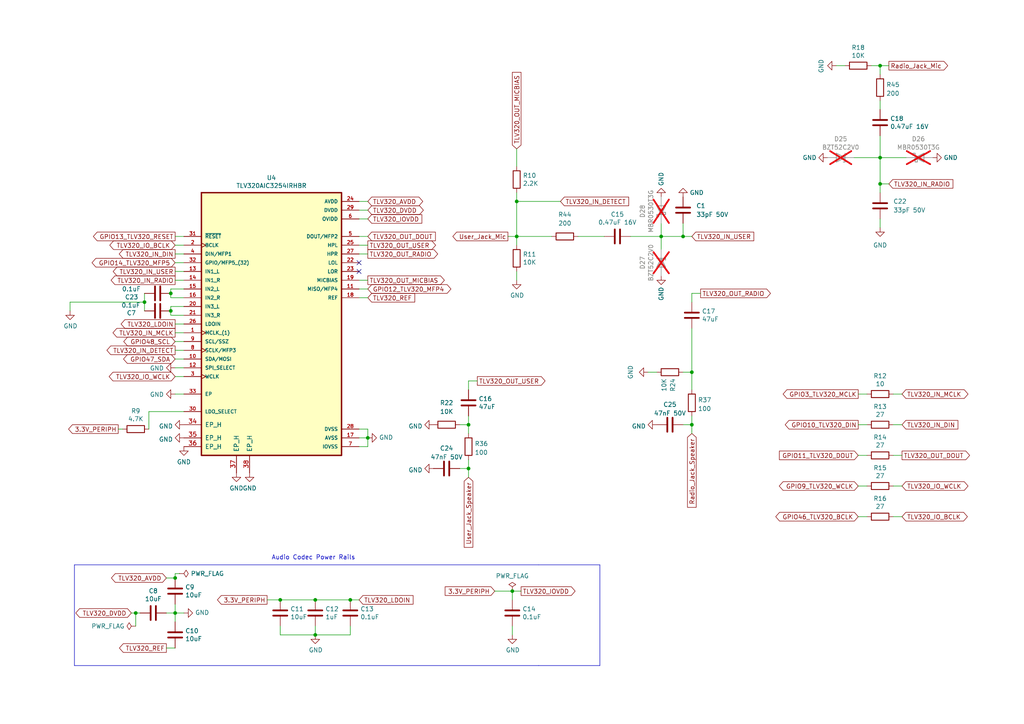
<source format=kicad_sch>
(kicad_sch (version 20230121) (generator eeschema)
  (paper "A4")
  (title_block (title "ezDV") (date "2024-01-01") (rev "v1.0") (company "FreeDV Project"))
  (lib_symbols
    (symbol "Device:C" (pin_numbers hide) (pin_names (offset 0.254))
      (property "Reference" "C" (at 0.635 2.54 0))
      (property "Value" "C" (at 0.635 -2.54 0))
      (symbol "C_0_1"
        (polyline (pts (xy -2.032 -0.762) (xy 2.032 -0.762)) (stroke (width 0.508)))
        (polyline (pts (xy -2.032 0.762) (xy 2.032 0.762)) (stroke (width 0.508)))
      )
      (symbol "C_1_1"
        (pin passive line (at 0 3.81 270) (length 2.794) (name "~") (number "1"))
        (pin passive line (at 0 -3.81 90) (length 2.794) (name "~") (number "2"))
      )
    )
    (symbol "Device:D_Schottky" (pin_numbers hide) (pin_names (offset 1.016) hide)
      (property "Reference" "D" (at 0 2.54 0))
      (property "Value" "D_Schottky" (at 0 -2.54 0))
      (symbol "D_Schottky_0_1"
        (polyline (pts (xy 1.27 0) (xy -1.27 0)))
        (polyline (pts (xy 1.27 1.27) (xy 1.27 -1.27) (xy -1.27 0) (xy 1.27 1.27)) (stroke (width 0.254)))
        (polyline (pts (xy -1.905 0.635) (xy -1.905 1.27) (xy -1.27 1.27) (xy -1.27 -1.27) (xy -0.635 -1.27) (xy -0.635 -0.635)) (stroke (width 0.254)))
      )
      (symbol "D_Schottky_1_1"
        (pin passive line (at -3.81 0 0) (length 2.54) (name "K") (number "1"))
        (pin passive line (at 3.81 0 180) (length 2.54) (name "A") (number "2"))
      )
    )
    (symbol "Device:D_Zener" (pin_numbers hide) (pin_names (offset 1.016) hide)
      (property "Reference" "D" (at 0 2.54 0))
      (property "Value" "D_Zener" (at 0 -2.54 0))
      (symbol "D_Zener_0_1"
        (polyline (pts (xy 1.27 0) (xy -1.27 0)))
        (polyline (pts (xy -1.27 -1.27) (xy -1.27 1.27) (xy -0.762 1.27)) (stroke (width 0.254)))
        (polyline (pts (xy 1.27 -1.27) (xy 1.27 1.27) (xy -1.27 0) (xy 1.27 -1.27)) (stroke (width 0.254)))
      )
      (symbol "D_Zener_1_1"
        (pin passive line (at -3.81 0 0) (length 2.54) (name "K") (number "1"))
        (pin passive line (at 3.81 0 180) (length 2.54) (name "A") (number "2"))
      )
    )
    (symbol "Device:R" (pin_numbers hide) (pin_names (offset 0))
      (property "Reference" "R" (at 2.032 0 90))
      (property "Value" "R" (at 0 0 90))
      (symbol "R_0_1"
        (rectangle (start -1.016 -2.54) (end 1.016 2.54) (stroke (width 0.254)))
      )
      (symbol "R_1_1"
        (pin passive line (at 0 3.81 270) (length 1.27) (name "~") (number "1"))
        (pin passive line (at 0 -3.81 90) (length 1.27) (name "~") (number "2"))
      )
    )
    (symbol "GND_1" (power) (pin_names (offset 0))
      (property "Value" "GND_1" (at 0 -3.81 0))
      (symbol "GND_1_0_1"
        (polyline (pts (xy 0 0) (xy 0 -1.27) (xy 1.27 -1.27) (xy 0 -2.54) (xy -1.27 -1.27) (xy 0 -1.27)))
      )
      (symbol "GND_1_1_1"
        (pin power_in line (at 0 0 270) (length 0) hide (name "GND") (number "1"))
      )
    )
    (symbol "GND_2" (power) (pin_names (offset 0))
      (property "Value" "GND_2" (at 0 -3.81 0))
      (symbol "GND_2_0_1"
        (polyline (pts (xy 0 0) (xy 0 -1.27) (xy 1.27 -1.27) (xy 0 -2.54) (xy -1.27 -1.27) (xy 0 -1.27)))
      )
      (symbol "GND_2_1_1"
        (pin power_in line (at 0 0 270) (length 0) hide (name "GND") (number "1"))
      )
    )
    (symbol "TLV320AIC3254IRHBR:TLV320AIC3254IRHBR" (pin_names (offset 1.016))
      (property "Reference" "U4" (at 0 42.418 0))
      (property "Value" "TLV320AIC3254IRHBR" (at 0 40.1066 0))
      (symbol "TLV320AIC3254IRHBR_0_0"
        (rectangle (start -20.32 -38.1) (end 20.32 38.1) (stroke (width 0.4064)) (fill (type background)))
        (pin input clock (at -25.4 -2.54 0) (length 5.08) (name "MCLK_(1)") (number "1"))
        (pin input line (at -25.4 -10.16 0) (length 5.08) (name "SDA/MOSI") (number "10"))
        (pin output line (at 25.4 10.16 180) (length 5.08) (name "MISO/MFP4") (number "11"))
        (pin input line (at -25.4 -12.7 0) (length 5.08) (name "SPI_SELECT") (number "12"))
        (pin input line (at -25.4 15.24 0) (length 5.08) (name "IN1_L") (number "13"))
        (pin input line (at -25.4 12.7 0) (length 5.08) (name "IN1_R") (number "14"))
        (pin input line (at -25.4 10.16 0) (length 5.08) (name "IN2_L") (number "15"))
        (pin input line (at -25.4 7.62 0) (length 5.08) (name "IN2_R") (number "16"))
        (pin power_in line (at 25.4 -33.02 180) (length 5.08) (name "AVSS") (number "17"))
        (pin output line (at 25.4 7.62 180) (length 5.08) (name "REF") (number "18"))
        (pin output line (at 25.4 12.7 180) (length 5.08) (name "MICBIAS") (number "19"))
        (pin input clock (at -25.4 22.86 0) (length 5.08) (name "BCLK") (number "2"))
        (pin input line (at -25.4 5.08 0) (length 5.08) (name "IN3_L") (number "20"))
        (pin input line (at -25.4 2.54 0) (length 5.08) (name "IN3_R") (number "21"))
        (pin output line (at 25.4 17.78 180) (length 5.08) (name "LOL") (number "22"))
        (pin output line (at 25.4 15.24 180) (length 5.08) (name "LOR") (number "23"))
        (pin power_in line (at 25.4 35.56 180) (length 5.08) (name "AVDD") (number "24"))
        (pin output line (at 25.4 22.86 180) (length 5.08) (name "HPL") (number "25"))
        (pin input line (at -25.4 0 0) (length 5.08) (name "LDOIN") (number "26"))
        (pin output line (at 25.4 20.32 180) (length 5.08) (name "HPR") (number "27"))
        (pin power_in line (at 25.4 -30.48 180) (length 5.08) (name "DVSS") (number "28"))
        (pin power_in line (at 25.4 33.02 180) (length 5.08) (name "DVDD") (number "29"))
        (pin input clock (at -25.4 -15.24 0) (length 5.08) (name "WCLK") (number "3"))
        (pin bidirectional line (at -25.4 -25.4 0) (length 5.08) (name "LDO_SELECT") (number "30"))
        (pin input line (at -25.4 25.4 0) (length 5.08) (name "~{RESET}") (number "31"))
        (pin input line (at -25.4 17.78 0) (length 5.08) (name "GPIO/MFP5_(32)") (number "32"))
        (pin bidirectional line (at -25.4 -20.32 0) (length 5.08) (name "EP") (number "33"))
        (pin input line (at -25.4 20.32 0) (length 5.08) (name "DIN/MFP1") (number "4"))
        (pin output line (at 25.4 25.4 180) (length 5.08) (name "DOUT/MFP2") (number "5"))
        (pin power_in line (at 25.4 30.48 180) (length 5.08) (name "OVIDD") (number "6"))
        (pin power_in line (at 25.4 -35.56 180) (length 5.08) (name "IOVSS") (number "7"))
        (pin input clock (at -25.4 -7.62 0) (length 5.08) (name "SCLK/MFP3") (number "8"))
        (pin input line (at -25.4 -5.08 0) (length 5.08) (name "SCL/SSZ") (number "9"))
      )
      (symbol "TLV320AIC3254IRHBR_1_1"
        (pin bidirectional line (at -25.4 -29.21 0) (length 5.08) (name "EP_H") (number "34"))
        (pin bidirectional line (at -25.4 -33.02 0) (length 5.08) (name "EP_H") (number "35"))
        (pin bidirectional line (at -25.4 -35.56 0) (length 5.08) (name "EP_H") (number "36"))
        (pin bidirectional line (at -10.16 -43.18 90) (length 5.08) (name "EP_H") (number "37"))
        (pin bidirectional line (at -6.35 -43.18 90) (length 5.08) (name "EP_H") (number "38"))
      )
    )
    (symbol "power:GND" (power) (pin_names (offset 0))
      (property "Value" "GND" (at 0 -3.81 0))
      (symbol "GND_0_1"
        (polyline (pts (xy 0 0) (xy 0 -1.27) (xy 1.27 -1.27) (xy 0 -2.54) (xy -1.27 -1.27) (xy 0 -1.27)))
      )
      (symbol "GND_1_1"
        (pin power_in line (at 0 0 270) (length 0) hide (name "GND") (number "1"))
      )
    )
    (symbol "power:PWR_FLAG" (power) (pin_numbers hide) (pin_names (offset 0) hide)
      (property "Value" "PWR_FLAG" (at 0 3.81 0))
      (symbol "PWR_FLAG_0_0"
        (pin power_out line (at 0 0 90) (length 0) (name "pwr") (number "1"))
      )
      (symbol "PWR_FLAG_0_1"
        (polyline (pts (xy 0 0) (xy 0 1.27) (xy -1.016 1.905) (xy 0 2.54) (xy 1.016 1.905) (xy 0 1.27)))
      )
    )
  )
  (junction (at 198.12 68.58))
  (junction (at 148.59 171.45))
  (junction (at 50.8 167.64))
  (junction (at 41.91 87.63))
  (junction (at 39.37 177.8))
  (junction (at 191.77 68.58))
  (junction (at 200.66 123.19))
  (junction (at 200.66 107.95))
  (junction (at 255.27 19.05))
  (junction (at 135.89 123.19))
  (junction (at 255.27 53.34))
  (junction (at 149.86 68.58))
  (junction (at 49.53 90.17))
  (junction (at 149.86 58.42))
  (junction (at 50.8 177.8))
  (junction (at 91.44 173.99))
  (junction (at 91.44 184.15))
  (junction (at 101.6 173.99))
  (junction (at 255.27 45.72))
  (junction (at 135.89 135.89))
  (junction (at 106.68 127))
  (junction (at 81.28 173.99))
  (junction (at 49.53 85.09))
  (no_connect (at 104.14 78.74))
  (no_connect (at 104.14 76.2))
  (wire (pts (xy 50.8 78.74) (xy 53.34 78.74)))
  (wire (pts (xy 255.27 63.5) (xy 255.27 66.04)))
  (wire (pts (xy 106.68 73.66) (xy 104.14 73.66)))
  (wire (pts (xy 104.14 129.54) (xy 106.68 129.54)))
  (wire (pts (xy 148.59 171.45) (xy 151.13 171.45)))
  (wire (pts (xy 255.27 53.34) (xy 255.27 55.88)))
  (wire (pts (xy 247.65 45.72) (xy 255.27 45.72)))
  (wire (pts (xy 255.27 29.21) (xy 255.27 31.75)))
  (wire (pts (xy 200.66 85.09) (xy 203.2 85.09)))
  (wire (pts (xy 101.6 181.61) (xy 101.6 184.15)))
  (wire (pts (xy 191.77 68.58) (xy 198.12 68.58)))
  (wire (pts (xy 162.56 58.42) (xy 149.86 58.42)))
  (wire (pts (xy 104.14 63.5) (xy 106.68 63.5)))
  (wire (pts (xy 200.66 107.95) (xy 200.66 113.03)))
  (wire (pts (xy 104.14 127) (xy 106.68 127)))
  (wire (pts (xy 34.29 124.46) (xy 35.56 124.46)))
  (wire (pts (xy 147.32 68.58) (xy 149.86 68.58)))
  (wire (pts (xy 200.66 123.19) (xy 200.66 125.73)))
  (wire (pts (xy 106.68 129.54) (xy 106.68 127)))
  (wire (pts (xy 190.5 107.95) (xy 187.96 107.95)))
  (polyline (pts (xy 156.21 193.04) (xy 21.59 193.04)))
  (wire (pts (xy 200.66 87.63) (xy 200.66 85.09)))
  (wire (pts (xy 104.14 58.42) (xy 106.68 58.42)))
  (wire (pts (xy 104.14 124.46) (xy 106.68 124.46)))
  (wire (pts (xy 248.92 140.97) (xy 251.46 140.97)))
  (wire (pts (xy 49.53 85.09) (xy 49.53 86.36)))
  (wire (pts (xy 149.86 55.88) (xy 149.86 58.42)))
  (wire (pts (xy 106.68 60.96) (xy 104.14 60.96)))
  (wire (pts (xy 53.34 68.58) (xy 50.8 68.58)))
  (wire (pts (xy 50.8 73.66) (xy 53.34 73.66)))
  (wire (pts (xy 255.27 19.05) (xy 255.27 21.59)))
  (wire (pts (xy 149.86 68.58) (xy 160.02 68.58)))
  (wire (pts (xy 81.28 173.99) (xy 77.47 173.99)))
  (wire (pts (xy 135.89 110.49) (xy 138.43 110.49)))
  (wire (pts (xy 251.46 149.86) (xy 248.92 149.86)))
  (wire (pts (xy 149.86 58.42) (xy 149.86 68.58)))
  (wire (pts (xy 50.8 177.8) (xy 53.34 177.8)))
  (wire (pts (xy 50.8 175.26) (xy 50.8 177.8)))
  (wire (pts (xy 20.32 87.63) (xy 20.32 90.17)))
  (wire (pts (xy 20.32 87.63) (xy 41.91 87.63)))
  (wire (pts (xy 50.8 187.96) (xy 48.26 187.96)))
  (wire (pts (xy 91.44 173.99) (xy 101.6 173.99)))
  (polyline (pts (xy 156.21 193.04) (xy 173.99 193.04)))
  (wire (pts (xy 198.12 123.19) (xy 200.66 123.19)))
  (wire (pts (xy 53.34 83.82) (xy 49.53 83.82)))
  (wire (pts (xy 255.27 53.34) (xy 257.81 53.34)))
  (wire (pts (xy 81.28 184.15) (xy 81.28 181.61)))
  (wire (pts (xy 43.18 119.38) (xy 53.34 119.38)))
  (wire (pts (xy 261.62 140.97) (xy 259.08 140.97)))
  (wire (pts (xy 53.34 106.68) (xy 50.8 106.68)))
  (wire (pts (xy 191.77 64.77) (xy 191.77 68.58)))
  (wire (pts (xy 149.86 43.18) (xy 149.86 48.26)))
  (wire (pts (xy 248.92 123.19) (xy 251.46 123.19)))
  (wire (pts (xy 135.89 123.19) (xy 135.89 120.65)))
  (wire (pts (xy 259.08 149.86) (xy 261.62 149.86)))
  (polyline (pts (xy 156.21 163.83) (xy 173.99 163.83)))
  (wire (pts (xy 39.37 177.8) (xy 38.1 177.8)))
  (wire (pts (xy 53.34 86.36) (xy 49.53 86.36)))
  (wire (pts (xy 259.08 123.19) (xy 261.62 123.19)))
  (wire (pts (xy 261.62 114.3) (xy 259.08 114.3)))
  (wire (pts (xy 143.51 171.45) (xy 148.59 171.45)))
  (wire (pts (xy 148.59 181.61) (xy 148.59 184.15)))
  (wire (pts (xy 149.86 68.58) (xy 149.86 71.12)))
  (wire (pts (xy 104.14 86.36) (xy 106.68 86.36)))
  (polyline (pts (xy 21.59 163.83) (xy 156.21 163.83)))
  (wire (pts (xy 148.59 173.99) (xy 148.59 171.45)))
  (polyline (pts (xy 173.99 163.83) (xy 173.99 193.04)))
  (wire (pts (xy 50.8 99.06) (xy 53.34 99.06)))
  (wire (pts (xy 50.8 93.98) (xy 53.34 93.98)))
  (wire (pts (xy 198.12 64.77) (xy 198.12 68.58)))
  (wire (pts (xy 133.35 123.19) (xy 135.89 123.19)))
  (wire (pts (xy 245.11 19.05) (xy 242.57 19.05)))
  (wire (pts (xy 198.12 107.95) (xy 200.66 107.95)))
  (wire (pts (xy 255.27 19.05) (xy 257.81 19.05)))
  (wire (pts (xy 104.14 173.99) (xy 101.6 173.99)))
  (wire (pts (xy 255.27 39.37) (xy 255.27 45.72)))
  (wire (pts (xy 41.91 87.63) (xy 41.91 90.17)))
  (wire (pts (xy 255.27 45.72) (xy 255.27 53.34)))
  (wire (pts (xy 91.44 184.15) (xy 81.28 184.15)))
  (wire (pts (xy 133.35 135.89) (xy 135.89 135.89)))
  (wire (pts (xy 255.27 45.72) (xy 262.89 45.72)))
  (wire (pts (xy 40.64 177.8) (xy 39.37 177.8)))
  (wire (pts (xy 104.14 83.82) (xy 106.68 83.82)))
  (wire (pts (xy 135.89 123.19) (xy 135.89 125.73)))
  (wire (pts (xy 53.34 81.28) (xy 50.8 81.28)))
  (wire (pts (xy 49.53 90.17) (xy 49.53 91.44)))
  (wire (pts (xy 50.8 167.64) (xy 48.26 167.64)))
  (wire (pts (xy 81.28 173.99) (xy 91.44 173.99)))
  (wire (pts (xy 104.14 71.12) (xy 106.68 71.12)))
  (wire (pts (xy 251.46 114.3) (xy 248.92 114.3)))
  (polyline (pts (xy 21.59 193.04) (xy 21.59 163.83)))
  (wire (pts (xy 200.66 120.65) (xy 200.66 123.19)))
  (wire (pts (xy 104.14 81.28) (xy 106.68 81.28)))
  (wire (pts (xy 50.8 166.37) (xy 50.8 167.64)))
  (wire (pts (xy 53.34 76.2) (xy 50.8 76.2)))
  (wire (pts (xy 252.73 19.05) (xy 255.27 19.05)))
  (wire (pts (xy 101.6 184.15) (xy 91.44 184.15)))
  (wire (pts (xy 50.8 180.34) (xy 50.8 177.8)))
  (wire (pts (xy 135.89 135.89) (xy 135.89 133.35)))
  (wire (pts (xy 53.34 88.9) (xy 49.53 88.9)))
  (wire (pts (xy 48.26 177.8) (xy 50.8 177.8)))
  (wire (pts (xy 251.46 132.08) (xy 248.92 132.08)))
  (wire (pts (xy 106.68 124.46) (xy 106.68 127)))
  (wire (pts (xy 39.37 181.61) (xy 39.37 177.8)))
  (wire (pts (xy 53.34 71.12) (xy 50.8 71.12)))
  (wire (pts (xy 191.77 68.58) (xy 191.77 72.39)))
  (wire (pts (xy 53.34 101.6) (xy 50.8 101.6)))
  (wire (pts (xy 52.07 166.37) (xy 50.8 166.37)))
  (wire (pts (xy 43.18 124.46) (xy 43.18 119.38)))
  (wire (pts (xy 49.53 88.9) (xy 49.53 90.17)))
  (wire (pts (xy 53.34 109.22) (xy 50.8 109.22)))
  (wire (pts (xy 49.53 91.44) (xy 53.34 91.44)))
  (wire (pts (xy 149.86 81.28) (xy 149.86 78.74)))
  (wire (pts (xy 167.64 68.58) (xy 175.26 68.58)))
  (wire (pts (xy 106.68 68.58) (xy 104.14 68.58)))
  (wire (pts (xy 259.08 132.08) (xy 261.62 132.08)))
  (wire (pts (xy 41.91 87.63) (xy 41.91 85.09)))
  (wire (pts (xy 182.88 68.58) (xy 191.77 68.58)))
  (wire (pts (xy 53.34 114.3) (xy 50.8 114.3)))
  (wire (pts (xy 200.66 95.25) (xy 200.66 107.95)))
  (wire (pts (xy 53.34 104.14) (xy 50.8 104.14)))
  (wire (pts (xy 135.89 135.89) (xy 135.89 138.43)))
  (wire (pts (xy 49.53 83.82) (xy 49.53 85.09)))
  (wire (pts (xy 91.44 184.15) (xy 91.44 181.61)))
  (wire (pts (xy 53.34 96.52) (xy 50.8 96.52)))
  (wire (pts (xy 135.89 113.03) (xy 135.89 110.49)))
  (wire (pts (xy 198.12 68.58) (xy 200.66 68.58)))
  (text "Audio Codec Power Rails" (at 78.74 162.56 0) (effects (font (size 1.27 1.27)) (justify left bottom)))
  (global_label "TLV320_IN_USER" (shape input) (at 200.66 68.58 0) (property "Intersheetrefs" "${INTERSHEET_REFS}" (effects hide)))
  (global_label "TLV320_IN_MCLK" (shape bidirectional) (at 261.62 114.3 0) (property "Intersheetrefs" "${INTERSHEET_REFS}" (effects hide)))
  (global_label "GPIO13_TLV320_RESET" (shape output) (at 50.8 68.58 180) (property "Intersheetrefs" "${INTERSHEET_REFS}" (effects hide)))
  (global_label "TLV320_AVDD" (shape bidirectional) (at 106.68 58.42 0) (property "Intersheetrefs" "${INTERSHEET_REFS}" (effects hide)))
  (global_label "User_Jack_Mic" (shape output) (at 147.32 68.58 180) (property "Intersheetrefs" "${INTERSHEET_REFS}" (effects hide)))
  (global_label "TLV320_IO_BCLK" (shape bidirectional) (at 50.8 71.12 180) (property "Intersheetrefs" "${INTERSHEET_REFS}" (effects hide)))
  (global_label "Radio_Jack_Speaker" (shape input) (at 200.66 125.73 270) (property "Intersheetrefs" "${INTERSHEET_REFS}" (effects hide)))
  (global_label "TLV320_IO_BCLK" (shape bidirectional) (at 261.62 149.86 0) (property "Intersheetrefs" "${INTERSHEET_REFS}" (effects hide)))
  (global_label "TLV320_OUT_USER" (shape output) (at 106.68 71.12 0) (property "Intersheetrefs" "${INTERSHEET_REFS}" (effects hide)))
  (global_label "TLV320_REF" (shape output) (at 48.26 187.96 180) (property "Intersheetrefs" "${INTERSHEET_REFS}" (effects hide)))
  (global_label "TLV320_IN_MCLK" (shape output) (at 50.8 96.52 180) (property "Intersheetrefs" "${INTERSHEET_REFS}" (effects hide)))
  (global_label "TLV320_LDOIN" (shape output) (at 50.8 93.98 180) (property "Intersheetrefs" "${INTERSHEET_REFS}" (effects hide)))
  (global_label "GPIO9_TLV320_WCLK" (shape bidirectional) (at 248.92 140.97 180) (property "Intersheetrefs" "${INTERSHEET_REFS}" (effects hide)))
  (global_label "TLV320_REF" (shape input) (at 106.68 86.36 0) (property "Intersheetrefs" "${INTERSHEET_REFS}" (effects hide)))
  (global_label "TLV320_IN_DETECT" (shape input) (at 162.56 58.42 0) (property "Intersheetrefs" "${INTERSHEET_REFS}" (effects hide)))
  (global_label "GPIO46_TLV320_BCLK" (shape bidirectional) (at 248.92 149.86 180) (property "Intersheetrefs" "${INTERSHEET_REFS}" (effects hide)))
  (global_label "TLV320_IOVDD" (shape output) (at 151.13 171.45 0) (property "Intersheetrefs" "${INTERSHEET_REFS}" (effects hide)))
  (global_label "GPIO47_SDA" (shape bidirectional) (at 50.8 104.14 180) (property "Intersheetrefs" "${INTERSHEET_REFS}" (effects hide)))
  (global_label "TLV320_IO_WCLK" (shape bidirectional) (at 261.62 140.97 0) (property "Intersheetrefs" "${INTERSHEET_REFS}" (effects hide)))
  (global_label "GPIO14_TLV320_MFP5" (shape bidirectional) (at 50.8 76.2 180) (property "Intersheetrefs" "${INTERSHEET_REFS}" (effects hide)))
  (global_label "TLV320_DVDD" (shape bidirectional) (at 38.1 177.8 180) (property "Intersheetrefs" "${INTERSHEET_REFS}" (effects hide)))
  (global_label "GPIO48_SCL" (shape bidirectional) (at 50.8 99.06 180) (property "Intersheetrefs" "${INTERSHEET_REFS}" (effects hide)))
  (global_label "TLV320_IN_DIN" (shape output) (at 50.8 73.66 180) (property "Intersheetrefs" "${INTERSHEET_REFS}" (effects hide)))
  (global_label "TLV320_OUT_USER" (shape output) (at 138.43 110.49 0) (property "Intersheetrefs" "${INTERSHEET_REFS}" (effects hide)))
  (global_label "TLV320_OUT_MICBIAS" (shape output) (at 106.68 81.28 0) (property "Intersheetrefs" "${INTERSHEET_REFS}" (effects hide)))
  (global_label "GPIO3_TLV320_MCLK" (shape output) (at 248.92 114.3 180) (property "Intersheetrefs" "${INTERSHEET_REFS}" (effects hide)))
  (global_label "TLV320_IN_RADIO" (shape input) (at 257.81 53.34 0) (property "Intersheetrefs" "${INTERSHEET_REFS}" (effects hide)))
  (global_label "TLV320_IO_WCLK" (shape bidirectional) (at 50.8 109.22 180) (property "Intersheetrefs" "${INTERSHEET_REFS}" (effects hide)))
  (global_label "TLV320_IOVDD" (shape input) (at 106.68 63.5 0) (property "Intersheetrefs" "${INTERSHEET_REFS}" (effects hide)))
  (global_label "Radio_Jack_Mic" (shape output) (at 257.81 19.05 0) (property "Intersheetrefs" "${INTERSHEET_REFS}" (effects hide)))
  (global_label "TLV320_OUT_DOUT" (shape input) (at 106.68 68.58 0) (property "Intersheetrefs" "${INTERSHEET_REFS}" (effects hide)))
  (global_label "TLV320_OUT_DOUT" (shape output) (at 261.62 132.08 0) (property "Intersheetrefs" "${INTERSHEET_REFS}" (effects hide)))
  (global_label "3.3V_PERIPH" (shape output) (at 34.29 124.46 180) (property "Intersheetrefs" "${INTERSHEET_REFS}" (effects hide)))
  (global_label "TLV320_IN_USER" (shape output) (at 50.8 78.74 180) (property "Intersheetrefs" "${INTERSHEET_REFS}" (effects hide)))
  (global_label "3.3V_PERIPH" (shape output) (at 77.47 173.99 180) (property "Intersheetrefs" "${INTERSHEET_REFS}" (effects hide)))
  (global_label "TLV320_DVDD" (shape bidirectional) (at 106.68 60.96 0) (property "Intersheetrefs" "${INTERSHEET_REFS}" (effects hide)))
  (global_label "TLV320_IN_RADIO" (shape output) (at 50.8 81.28 180) (property "Intersheetrefs" "${INTERSHEET_REFS}" (effects hide)))
  (global_label "TLV320_OUT_MICBIAS" (shape input) (at 149.86 43.18 90) (property "Intersheetrefs" "${INTERSHEET_REFS}" (effects hide)))
  (global_label "User_Jack_Speaker" (shape input) (at 135.89 138.43 270) (property "Intersheetrefs" "${INTERSHEET_REFS}" (effects hide)))
  (global_label "TLV320_IN_DETECT" (shape output) (at 50.8 101.6 180) (property "Intersheetrefs" "${INTERSHEET_REFS}" (effects hide)))
  (global_label "GPIO11_TLV320_DOUT" (shape input) (at 248.92 132.08 180) (property "Intersheetrefs" "${INTERSHEET_REFS}" (effects hide)))
  (global_label "GPIO10_TLV320_DIN" (shape output) (at 248.92 123.19 180) (property "Intersheetrefs" "${INTERSHEET_REFS}" (effects hide)))
  (global_label "TLV320_IN_DIN" (shape input) (at 261.62 123.19 0) (property "Intersheetrefs" "${INTERSHEET_REFS}" (effects hide)))
  (global_label "TLV320_LDOIN" (shape input) (at 104.14 173.99 0) (property "Intersheetrefs" "${INTERSHEET_REFS}" (effects hide)))
  (global_label "TLV320_AVDD" (shape bidirectional) (at 48.26 167.64 180) (property "Intersheetrefs" "${INTERSHEET_REFS}" (effects hide)))
  (global_label "TLV320_OUT_RADIO" (shape output) (at 203.2 85.09 0) (property "Intersheetrefs" "${INTERSHEET_REFS}" (effects hide)))
  (global_label "TLV320_OUT_RADIO" (shape output) (at 106.68 73.66 0) (property "Intersheetrefs" "${INTERSHEET_REFS}" (effects hide)))
  (global_label "GPIO12_TLV320_MFP4" (shape bidirectional) (at 106.68 83.82 0) (property "Intersheetrefs" "${INTERSHEET_REFS}" (effects hide)))
  (global_label "3.3V_PERIPH" (shape input) (at 143.51 171.45 180) (property "Intersheetrefs" "${INTERSHEET_REFS}" (effects hide)))
  (symbol (lib_id "power:GND") (at 198.12 57.15 180) (unit 1)
    (property "Reference" "#PWR041" (effects hide))
    (property "Value" "GND" (at 200.025 55.88 0) (effects (justify right)))
  )
  (symbol (lib_id "Device:C") (at 91.44 177.8 0) (unit 1)
    (property "Reference" "C12" (at 94.361 176.6316 0) (effects (justify left)))
    (property "Value" "1uF" (at 94.361 178.943 0) (effects (justify left)))
    (property "Footprint" "Capacitor_SMD:C_0402_1005Metric" (effects hide))
    (property "Datasheet" "https://datasheet.lcsc.com/lcsc/2304140030_Samsung-Electro-Mechanics-CL05A105KA5NQNC_C52923.pdf" (effects hide))
    (property "LCSC" "C52923" (effects hide))
    (property "JLCPCB_Basic" "Yes" (effects hide))
  )
  (symbol (lib_id "power:GND") (at 53.34 127 270) (unit 1)
    (property "Reference" "#PWR0112" (effects hide))
    (property "Value" "GND" (at 50.1651 127.4338 90) (effects (justify right)))
  )
  (symbol (lib_id "Device:R") (at 149.86 52.07 0) (unit 1)
    (property "Reference" "R10" (at 151.638 50.9016 0) (effects (justify left)))
    (property "Value" "2.2K" (at 151.638 53.213 0) (effects (justify left)))
    (property "Footprint" "Resistor_SMD:R_0402_1005Metric" (effects hide))
    (property "Datasheet" "https://datasheet.lcsc.com/lcsc/1809201112_YAGEO-RC0402FR-072K2L_C114762.pdf" (effects hide))
    (property "LCSC" "C25879" (effects hide))
    (property "JLCPCB_Basic" "Yes" (effects hide))
  )
  (symbol (lib_id "power:GND") (at 242.57 19.05 270) (unit 1)
    (property "Reference" "#PWR020" (effects hide))
    (property "Value" "GND" (at 238.1758 19.177 0))
  )
  (symbol (lib_id "power:PWR_FLAG") (at 39.37 181.61 90) (unit 1)
    (property "Reference" "#FLG03" (effects hide))
    (property "Value" "PWR_FLAG" (at 36.1442 181.61 90) (effects (justify left)))
  )
  (symbol (lib_id "Device:R") (at 255.27 149.86 270) (unit 1)
    (property "Reference" "R16" (at 255.27 144.6022 90))
    (property "Value" "27" (at 255.27 146.9136 90))
    (property "Footprint" "Resistor_SMD:R_0402_1005Metric" (effects hide))
    (property "Datasheet" "https://datasheet.lcsc.com/lcsc/2110260230_UNI-ROYAL-Uniroyal-Elec-0402WGF274JTCE_C31439.pdf" (effects hide))
    (property "LCSC" "C25100" (effects hide))
    (property "JLCPCB_Basic" "No" (effects hide))
  )
  (symbol (lib_id "TLV320AIC3254IRHBR:TLV320AIC3254IRHBR") (at 78.74 93.98 0) (unit 1)
    (property "Reference" "U4" (at 78.74 51.562 0))
    (property "Value" "TLV320AIC3254IRHBR" (at 78.74 53.8734 0))
    (property "Footprint" "ezDV_production:IC_ADS125H01IRHBT" (effects hide))
    (property "Datasheet" "https://www.ti.com/cn/lit/ds/symlink/tlv320aic3254.pdf?ts=1651153824042" (effects hide))
    (property "LCSC" "C9925" (effects hide))
    (property "JLCPCB_Basic" "No" (effects hide))
  )
  (symbol (lib_id "power:GND") (at 20.32 90.17 0) (unit 1)
    (property "Reference" "#PWR012" (effects hide))
    (property "Value" "GND" (at 20.447 94.5642 0))
  )
  (symbol (lib_id "Device:D_Zener") (at 243.84 45.72 180) (unit 1) (in_bom no) (dnp yes)
    (property "Reference" "D25" (at 243.84 40.3057 0))
    (property "Value" "BZT52C2V0" (at 243.84 42.7299 0))
    (property "Footprint" "Diode_SMD:D_SOD-123" (effects hide))
    (property "Datasheet" "https://datasheet.lcsc.com/lcsc/2310100932_MSKSEMI-BZT52C2V0_C2891405.pdf" (effects hide))
    (property "LCSC_DNP" "C2891405" (effects hide))
    (property "JLCPCB_Basic" "No" (effects hide))
  )
  (symbol (lib_id "Device:C") (at 179.07 68.58 90) (unit 1)
    (property "Reference" "C15" (at 179.07 62.1792 90))
    (property "Value" "0.47uF 16V" (at 179.07 64.4906 90))
    (property "Footprint" "Capacitor_SMD:C_0402_1005Metric" (effects hide))
    (property "Datasheet" "https://datasheet.lcsc.com/lcsc/2006031032_Walsin-Tech-Corp-0402X474K160CT_C575468.pdf" (effects hide))
    (property "LCSC" "C575468" (effects hide))
    (property "JLCPCB_Basic" "No" (effects hide))
  )
  (symbol (lib_id "power:GND") (at 53.34 177.8 90) (unit 1)
    (property "Reference" "#PWR015" (effects hide))
    (property "Value" "GND" (at 56.5912 177.673 90) (effects (justify right)))
  )
  (symbol (lib_id "Device:R") (at 129.54 123.19 270) (unit 1)
    (property "Reference" "R22" (at 129.54 116.84 90))
    (property "Value" "10K" (at 129.54 119.38 90))
    (property "Footprint" "Resistor_SMD:R_0402_1005Metric" (effects hide))
    (property "Datasheet" "https://datasheet.lcsc.com/lcsc/2206010100_UNI-ROYAL-Uniroyal-Elec-0402WGF1002TCE_C25744.pdf" (effects hide))
    (property "LCSC" "C25744" (effects hide))
    (property "JLCPCB_Basic" "Yes" (effects hide))
  )
  (symbol (lib_name "GND_2") (lib_id "power:GND") (at 191.77 57.15 180) (unit 1)
    (property "Reference" "#PWR075" (effects hide))
    (property "Value" "GND" (at 191.77 53.975 90) (effects (justify right)))
  )
  (symbol (lib_id "power:GND") (at 125.73 123.19 270) (unit 1)
    (property "Reference" "#PWR0102" (effects hide))
    (property "Value" "GND" (at 122.5551 123.6238 90) (effects (justify right)))
  )
  (symbol (lib_id "power:GND") (at 68.58 137.16 0) (unit 1)
    (property "Reference" "#PWR0113" (effects hide))
    (property "Value" "GND" (at 68.58 141.6034 0))
  )
  (symbol (lib_name "GND_1") (lib_id "power:GND") (at 191.77 80.01 0) (unit 1)
    (property "Reference" "#PWR074" (effects hide))
    (property "Value" "GND" (at 191.77 83.1849 90) (effects (justify right)))
  )
  (symbol (lib_id "Device:R") (at 255.27 114.3 270) (unit 1)
    (property "Reference" "R12" (at 255.27 109.0422 90))
    (property "Value" "10" (at 255.27 111.3536 90))
    (property "Footprint" "Resistor_SMD:R_0402_1005Metric" (effects hide))
    (property "Datasheet" "https://datasheet.lcsc.com/lcsc/2110252230_UNI-ROYAL-Uniroyal-Elec-0402WGF100JTCE_C25077.pdf" (effects hide))
    (property "LCSC" "C25077" (effects hide))
    (property "JLCPCB_Basic" "Yes" (effects hide))
  )
  (symbol (lib_id "Device:C") (at 50.8 171.45 0) (unit 1)
    (property "Reference" "C9" (at 53.721 170.2816 0) (effects (justify left)))
    (property "Value" "10uF" (at 53.721 172.593 0) (effects (justify left)))
    (property "Footprint" "Capacitor_SMD:C_0402_1005Metric" (effects hide))
    (property "Datasheet" "https://datasheet.lcsc.com/lcsc/2208231630_Samsung-Electro-Mechanics-CL05A106MQ5NUNC_C15525.pdf" (effects hide))
    (property "LCSC" "C15525" (effects hide))
    (property "JLCPCB_Basic" "Yes" (effects hide))
  )
  (symbol (lib_id "power:GND") (at 187.96 107.95 270) (unit 1)
    (property "Reference" "#PWR0101" (effects hide))
    (property "Value" "GND" (at 182.88 107.95 0))
  )
  (symbol (lib_id "Device:C") (at 200.66 91.44 0) (unit 1)
    (property "Reference" "C17" (at 203.581 90.2716 0) (effects (justify left)))
    (property "Value" "47uF" (at 203.581 92.583 0) (effects (justify left)))
    (property "Footprint" "Capacitor_SMD:C_0603_1608Metric" (effects hide))
    (property "Datasheet" "https://datasheet.lcsc.com/lcsc/1811081617_Murata-Electronics-GRM188R60J476ME15D_C140782.pdf" (effects hide))
    (property "LCSC" "C140782" (effects hide))
    (property "JLCPCB_Basic" "No" (effects hide))
  )
  (symbol (lib_id "Device:C") (at 135.89 116.84 0) (unit 1)
    (property "Reference" "C16" (at 138.811 115.6716 0) (effects (justify left)))
    (property "Value" "47uF" (at 138.811 117.983 0) (effects (justify left)))
    (property "Footprint" "Capacitor_SMD:C_0603_1608Metric" (effects hide))
    (property "Datasheet" "https://datasheet.lcsc.com/lcsc/1811081617_Murata-Electronics-GRM188R60J476ME15D_C140782.pdf" (effects hide))
    (property "LCSC" "C140782" (effects hide))
    (property "JLCPCB_Basic" "No" (effects hide))
  )
  (symbol (lib_id "Device:C") (at 198.12 60.96 0) (unit 1)
    (property "Reference" "C1" (at 201.93 59.6899 0) (effects (justify left)))
    (property "Value" "33pF 50V" (at 201.93 62.2299 0) (effects (justify left)))
    (property "Footprint" "Capacitor_SMD:C_0402_1005Metric" (effects hide))
    (property "Datasheet" "https://datasheet.lcsc.com/lcsc/1811141731_FH--Guangdong-Fenghua-Advanced-Tech-0402CG330J500NT_C1562.pdf" (effects hide))
    (property "LCSC" "C1562" (effects hide))
    (property "JLCPCB_Basic" "Yes" (effects hide))
  )
  (symbol (lib_id "Device:C") (at 148.59 177.8 0) (unit 1)
    (property "Reference" "C14" (at 151.511 176.6316 0) (effects (justify left)))
    (property "Value" "0.1uF" (at 151.511 178.943 0) (effects (justify left)))
    (property "Footprint" "Capacitor_SMD:C_0402_1005Metric" (effects hide))
    (property "Datasheet" "https://datasheet.lcsc.com/lcsc/1810191219_Samsung-Electro-Mechanics-CL05B104KO5NNNC_C1525.pdf" (effects hide))
    (property "LCSC" "C1525" (effects hide))
    (property "JLCPCB_Basic" "Yes" (effects hide))
  )
  (symbol (lib_id "Device:R") (at 39.37 124.46 90) (unit 1)
    (property "Reference" "R9" (at 39.37 119.2022 90))
    (property "Value" "4.7K" (at 39.37 121.5136 90))
    (property "Footprint" "Resistor_SMD:R_0402_1005Metric" (effects hide))
    (property "Datasheet" "https://datasheet.lcsc.com/lcsc/2110260030_UNI-ROYAL-Uniroyal-Elec-0402WGF4701TCE_C25900.pdf" (effects hide))
    (property "LCSC" "C25900" (effects hide))
    (property "JLCPCB_Basic" "Yes" (effects hide))
  )
  (symbol (lib_id "Device:C") (at 45.72 90.17 270) (unit 1)
    (property "Reference" "C23" (at 38.1821 86.1653 90))
    (property "Value" "0.1uF" (at 38.1 83.82 90))
    (property "Footprint" "Capacitor_SMD:C_0402_1005Metric" (effects hide))
    (property "Datasheet" "https://datasheet.lcsc.com/lcsc/1810191219_Samsung-Electro-Mechanics-CL05B104KO5NNNC_C1525.pdf" (effects hide))
    (property "LCSC" "C1525" (effects hide))
    (property "JLCPCB_Basic" "Yes" (effects hide))
  )
  (symbol (lib_id "Device:R") (at 255.27 25.4 0) (unit 1)
    (property "Reference" "R45" (at 257.048 24.5653 0) (effects (justify left)))
    (property "Value" "200" (at 257.048 27.1022 0) (effects (justify left)))
    (property "Footprint" "Resistor_SMD:R_0402_1005Metric" (effects hide))
    (property "Datasheet" "https://datasheet.lcsc.com/lcsc/2205311900_UNI-ROYAL-Uniroyal-Elec-0402WGF2000TCE_C25087.pdf" (effects hide))
    (property "LCSC" "C25087" (effects hide))
    (property "JLCPCB_Basic" "Yes" (effects hide))
  )
  (symbol (lib_name "GND_1") (lib_id "power:GND") (at 240.03 45.72 270) (unit 1)
    (property "Reference" "#PWR072" (effects hide))
    (property "Value" "GND" (at 236.8551 45.72 90) (effects (justify right)))
  )
  (symbol (lib_id "Device:R") (at 200.66 116.84 0) (unit 1)
    (property "Reference" "R37" (at 202.438 116.0053 0) (effects (justify left)))
    (property "Value" "100" (at 202.438 118.5422 0) (effects (justify left)))
    (property "Footprint" "Resistor_SMD:R_0402_1005Metric" (effects hide))
    (property "Datasheet" "https://datasheet.lcsc.com/lcsc/2205311900_UNI-ROYAL-Uniroyal-Elec-0402WGF1000TCE_C25076.pdf" (effects hide))
    (property "LCSC" "C25076" (effects hide))
    (property "JLCPCB_Basic" "Yes" (effects hide))
  )
  (symbol (lib_id "power:GND") (at 148.59 184.15 0) (unit 1)
    (property "Reference" "#PWR018" (effects hide))
    (property "Value" "GND" (at 148.717 188.5442 0))
  )
  (symbol (lib_id "Device:C") (at 255.27 35.56 0) (unit 1)
    (property "Reference" "C18" (at 258.191 34.3916 0) (effects (justify left)))
    (property "Value" "0.47uF 16V" (at 258.191 36.703 0) (effects (justify left)))
    (property "Footprint" "Capacitor_SMD:C_0402_1005Metric" (effects hide))
    (property "Datasheet" "https://datasheet.lcsc.com/lcsc/2006031032_Walsin-Tech-Corp-0402X474K160CT_C575468.pdf" (effects hide))
    (property "LCSC" "C575468" (effects hide))
    (property "JLCPCB_Basic" "No" (effects hide))
  )
  (symbol (lib_id "Device:C") (at 194.31 123.19 90) (unit 1)
    (property "Reference" "C25" (at 194.31 117.3312 90))
    (property "Value" "47nF 50V" (at 194.31 119.8681 90))
    (property "Footprint" "Capacitor_SMD:C_0402_1005Metric" (effects hide))
    (property "Datasheet" "https://datasheet.lcsc.com/lcsc/2007131538_Murata-Electronics-GCM155R71H473KE02J_C697422.pdf" (effects hide))
    (property "LCSC" "C697422" (effects hide))
    (property "JLCPCB_Basic" "No" (effects hide))
  )
  (symbol (lib_id "Device:R") (at 194.31 107.95 90) (unit 1)
    (property "Reference" "R24" (at 195.1447 109.728 0) (effects (justify right)))
    (property "Value" "10K" (at 192.6078 109.728 0) (effects (justify right)))
    (property "Footprint" "Resistor_SMD:R_0402_1005Metric" (effects hide))
    (property "Datasheet" "https://datasheet.lcsc.com/lcsc/2206010100_UNI-ROYAL-Uniroyal-Elec-0402WGF1002TCE_C25744.pdf" (effects hide))
    (property "LCSC" "C25744" (effects hide))
    (property "JLCPCB_Basic" "Yes" (effects hide))
  )
  (symbol (lib_id "power:GND") (at 53.34 129.54 0) (unit 1)
    (property "Reference" "#PWR0115" (effects hide))
    (property "Value" "GND" (at 53.34 133.9834 0))
  )
  (symbol (lib_id "power:GND") (at 53.34 123.19 270) (unit 1)
    (property "Reference" "#PWR0116" (effects hide))
    (property "Value" "GND" (at 50.1651 123.6238 90) (effects (justify right)))
  )
  (symbol (lib_id "Device:R") (at 248.92 19.05 270) (unit 1)
    (property "Reference" "R18" (at 248.92 13.7922 90))
    (property "Value" "10K" (at 248.92 16.1036 90))
    (property "Footprint" "Resistor_SMD:R_0402_1005Metric" (effects hide))
    (property "Datasheet" "https://datasheet.lcsc.com/lcsc/2206010100_UNI-ROYAL-Uniroyal-Elec-0402WGF1002TCE_C25744.pdf" (effects hide))
    (property "LCSC" "C25744" (effects hide))
    (property "JLCPCB_Basic" "Yes" (effects hide))
  )
  (symbol (lib_id "Device:C") (at 50.8 184.15 0) (unit 1)
    (property "Reference" "C10" (at 53.721 182.9816 0) (effects (justify left)))
    (property "Value" "10uF" (at 53.721 185.293 0) (effects (justify left)))
    (property "Footprint" "Capacitor_SMD:C_0402_1005Metric" (effects hide))
    (property "Datasheet" "https://datasheet.lcsc.com/lcsc/2208231630_Samsung-Electro-Mechanics-CL05A106MQ5NUNC_C15525.pdf" (effects hide))
    (property "LCSC" "C15525" (effects hide))
    (property "JLCPCB_Basic" "Yes" (effects hide))
  )
  (symbol (lib_id "Device:C") (at 101.6 177.8 0) (unit 1)
    (property "Reference" "C13" (at 104.521 176.6316 0) (effects (justify left)))
    (property "Value" "0.1uF" (at 104.521 178.943 0) (effects (justify left)))
    (property "Footprint" "Capacitor_SMD:C_0402_1005Metric" (effects hide))
    (property "Datasheet" "https://datasheet.lcsc.com/lcsc/1810191219_Samsung-Electro-Mechanics-CL05B104KO5NNNC_C1525.pdf" (effects hide))
    (property "LCSC" "C1525" (effects hide))
    (property "JLCPCB_Basic" "Yes" (effects hide))
  )
  (symbol (lib_id "power:GND") (at 106.68 127 90) (unit 1)
    (property "Reference" "#PWR017" (effects hide))
    (property "Value" "GND" (at 109.9312 126.873 90) (effects (justify right)))
  )
  (symbol (lib_id "Device:R") (at 255.27 132.08 270) (unit 1)
    (property "Reference" "R14" (at 255.27 126.8222 90))
    (property "Value" "27" (at 255.27 129.1336 90))
    (property "Footprint" "Resistor_SMD:R_0402_1005Metric" (effects hide))
    (property "Datasheet" "https://datasheet.lcsc.com/lcsc/2110260230_UNI-ROYAL-Uniroyal-Elec-0402WGF274JTCE_C31439.pdf" (effects hide))
    (property "LCSC" "C25100" (effects hide))
    (property "JLCPCB_Basic" "No" (effects hide))
  )
  (symbol (lib_name "GND_2") (lib_id "power:GND") (at 270.51 45.72 90) (unit 1)
    (property "Reference" "#PWR073" (effects hide))
    (property "Value" "GND" (at 273.685 45.72 90) (effects (justify right)))
  )
  (symbol (lib_id "power:GND") (at 125.73 135.89 270) (unit 1)
    (property "Reference" "#PWR052" (effects hide))
    (property "Value" "GND" (at 122.5551 136.3238 90) (effects (justify right)))
  )
  (symbol (lib_id "Device:R") (at 163.83 68.58 90) (unit 1)
    (property "Reference" "R44" (at 163.83 62.23 90))
    (property "Value" "200" (at 163.83 64.77 90))
    (property "Footprint" "Resistor_SMD:R_0402_1005Metric" (effects hide))
    (property "Datasheet" "https://datasheet.lcsc.com/lcsc/2205311900_UNI-ROYAL-Uniroyal-Elec-0402WGF2000TCE_C25087.pdf" (effects hide))
    (property "LCSC" "C25087" (effects hide))
    (property "JLCPCB_Basic" "Yes" (effects hide))
  )
  (symbol (lib_id "power:GND") (at 91.44 184.15 0) (unit 1)
    (property "Reference" "#PWR016" (effects hide))
    (property "Value" "GND" (at 91.567 188.5442 0))
  )
  (symbol (lib_id "Device:C") (at 255.27 59.69 0) (unit 1)
    (property "Reference" "C22" (at 259.08 58.4199 0) (effects (justify left)))
    (property "Value" "33pF 50V" (at 259.08 60.9599 0) (effects (justify left)))
    (property "Footprint" "Capacitor_SMD:C_0402_1005Metric" (effects hide))
    (property "Datasheet" "https://datasheet.lcsc.com/lcsc/1811141731_FH--Guangdong-Fenghua-Advanced-Tech-0402CG330J500NT_C1562.pdf" (effects hide))
    (property "LCSC" "C1562" (effects hide))
    (property "JLCPCB_Basic" "Yes" (effects hide))
  )
  (symbol (lib_id "Device:C") (at 129.54 135.89 90) (unit 1)
    (property "Reference" "C24" (at 129.54 130.0312 90))
    (property "Value" "47nF 50V" (at 129.54 132.5681 90))
    (property "Footprint" "Capacitor_SMD:C_0402_1005Metric" (effects hide))
    (property "Datasheet" "https://datasheet.lcsc.com/lcsc/2007131538_Murata-Electronics-GCM155R71H473KE02J_C697422.pdf" (effects hide))
    (property "LCSC" "C697422" (effects hide))
    (property "JLCPCB_Basic" "No" (effects hide))
  )
  (symbol (lib_id "power:GND") (at 50.8 114.3 270) (unit 1)
    (property "Reference" "#PWR014" (effects hide))
    (property "Value" "GND" (at 47.5488 114.427 90) (effects (justify right)))
  )
  (symbol (lib_id "Device:R") (at 255.27 140.97 270) (unit 1)
    (property "Reference" "R15" (at 255.27 135.7122 90))
    (property "Value" "27" (at 255.27 138.0236 90))
    (property "Footprint" "Resistor_SMD:R_0402_1005Metric" (effects hide))
    (property "Datasheet" "https://datasheet.lcsc.com/lcsc/2110260230_UNI-ROYAL-Uniroyal-Elec-0402WGF274JTCE_C31439.pdf" (effects hide))
    (property "LCSC" "C25100" (effects hide))
    (property "JLCPCB_Basic" "No" (effects hide))
  )
  (symbol (lib_id "power:GND") (at 190.5 123.19 270) (unit 1)
    (property "Reference" "#PWR053" (effects hide))
    (property "Value" "GND" (at 187.3251 123.6238 90) (effects (justify right)))
  )
  (symbol (lib_id "power:PWR_FLAG") (at 148.59 171.45 0) (unit 1)
    (property "Reference" "#FLG0103" (effects hide))
    (property "Value" "PWR_FLAG" (at 148.59 167.0558 0))
  )
  (symbol (lib_id "Device:R") (at 255.27 123.19 270) (unit 1)
    (property "Reference" "R13" (at 255.27 117.9322 90))
    (property "Value" "27" (at 255.27 120.2436 90))
    (property "Footprint" "Resistor_SMD:R_0402_1005Metric" (effects hide))
    (property "Datasheet" "https://datasheet.lcsc.com/lcsc/2110260230_UNI-ROYAL-Uniroyal-Elec-0402WGF274JTCE_C31439.pdf" (effects hide))
    (property "LCSC" "C25100" (effects hide))
    (property "JLCPCB_Basic" "No" (effects hide))
  )
  (symbol (lib_id "Device:C") (at 45.72 85.09 270) (unit 1)
    (property "Reference" "C7" (at 38.1053 90.7737 90))
    (property "Value" "0.1uF" (at 37.9517 88.5463 90))
    (property "Footprint" "Capacitor_SMD:C_0402_1005Metric" (effects hide))
    (property "Datasheet" "https://datasheet.lcsc.com/lcsc/1810191219_Samsung-Electro-Mechanics-CL05B104KO5NNNC_C1525.pdf" (effects hide))
    (property "LCSC" "C1525" (effects hide))
    (property "JLCPCB_Basic" "Yes" (effects hide))
  )
  (symbol (lib_id "Device:C") (at 81.28 177.8 0) (unit 1)
    (property "Reference" "C11" (at 84.201 176.6316 0) (effects (justify left)))
    (property "Value" "10uF" (at 84.201 178.943 0) (effects (justify left)))
    (property "Footprint" "Capacitor_SMD:C_0402_1005Metric" (effects hide))
    (property "Datasheet" "https://datasheet.lcsc.com/lcsc/2208231630_Samsung-Electro-Mechanics-CL05A106MQ5NUNC_C15525.pdf" (effects hide))
    (property "LCSC" "C15525" (effects hide))
    (property "JLCPCB_Basic" "Yes" (effects hide))
  )
  (symbol (lib_id "power:PWR_FLAG") (at 52.07 166.37 270) (unit 1)
    (property "Reference" "#FLG04" (effects hide))
    (property "Value" "PWR_FLAG" (at 55.3212 166.37 90) (effects (justify left)))
  )
  (symbol (lib_id "Device:D_Schottky") (at 191.77 60.96 90) (unit 1) (in_bom no) (dnp yes)
    (property "Reference" "D28" (at 186.3557 61.2775 0))
    (property "Value" "MBR0530T3G" (at 188.7799 61.2775 0))
    (property "Footprint" "Diode_SMD:D_SOD-123" (effects hide))
    (property "Datasheet" "https://datasheet.lcsc.com/lcsc/2304140030_onsemi-MBR0530T3G_C236079.pdf" (effects hide))
    (property "LCSC" "C236079" (effects hide))
    (property "JLCPCB_Basic" "No" (effects hide))
  )
  (symbol (lib_id "Device:C") (at 44.45 177.8 270) (unit 1)
    (property "Reference" "C8" (at 44.45 171.3992 90))
    (property "Value" "10uF" (at 44.45 173.7106 90))
    (property "Footprint" "Capacitor_SMD:C_0402_1005Metric" (effects hide))
    (property "Datasheet" "https://datasheet.lcsc.com/lcsc/2208231630_Samsung-Electro-Mechanics-CL05A106MQ5NUNC_C15525.pdf" (effects hide))
    (property "LCSC" "C15525" (effects hide))
    (property "JLCPCB_Basic" "Yes" (effects hide))
  )
  (symbol (lib_id "Device:R") (at 149.86 74.93 0) (unit 1)
    (property "Reference" "R11" (at 151.638 73.7616 0) (effects (justify left)))
    (property "Value" "10K" (at 151.638 76.073 0) (effects (justify left)))
    (property "Footprint" "Resistor_SMD:R_0402_1005Metric" (effects hide))
    (property "Datasheet" "https://datasheet.lcsc.com/lcsc/2206010100_UNI-ROYAL-Uniroyal-Elec-0402WGF1002TCE_C25744.pdf" (effects hide))
    (property "LCSC" "C25744" (effects hide))
    (property "JLCPCB_Basic" "Yes" (effects hide))
  )
  (symbol (lib_id "Device:D_Schottky") (at 266.7 45.72 0) (unit 1) (in_bom no) (dnp yes)
    (property "Reference" "D26" (at 266.3825 40.3057 0))
    (property "Value" "MBR0530T3G" (at 266.3825 42.7299 0))
    (property "Footprint" "Diode_SMD:D_SOD-123" (effects hide))
    (property "Datasheet" "https://datasheet.lcsc.com/lcsc/2304140030_onsemi-MBR0530T3G_C236079.pdf" (effects hide))
    (property "LCSC_DNP" "C236079" (effects hide))
    (property "JLCPCB_Basic" "No" (effects hide))
  )
  (symbol (lib_id "power:GND") (at 149.86 81.28 0) (unit 1)
    (property "Reference" "#PWR019" (effects hide))
    (property "Value" "GND" (at 149.987 85.6742 0))
  )
  (symbol (lib_id "power:GND") (at 255.27 66.04 0) (unit 1)
    (property "Reference" "#PWR042" (effects hide))
    (property "Value" "GND" (at 255.27 71.12 0))
  )
  (symbol (lib_id "power:GND") (at 50.8 106.68 270) (unit 1)
    (property "Reference" "#PWR013" (effects hide))
    (property "Value" "GND" (at 47.5488 106.807 90) (effects (justify right)))
  )
  (symbol (lib_id "Device:D_Zener") (at 191.77 76.2 270) (unit 1) (in_bom no) (dnp yes)
    (property "Reference" "D27" (at 186.3557 76.2 0))
    (property "Value" "BZT52C2V0" (at 188.7799 76.2 0))
    (property "Footprint" "Diode_SMD:D_SOD-123" (effects hide))
    (property "Datasheet" "https://datasheet.lcsc.com/lcsc/2310100932_MSKSEMI-BZT52C2V0_C2891405.pdf" (effects hide))
    (property "LCSC" "C2891405" (effects hide))
    (property "JLCPCB_Basic" "No" (effects hide))
  )
  (symbol (lib_id "Device:R") (at 135.89 129.54 0) (unit 1)
    (property "Reference" "R36" (at 137.668 128.7053 0) (effects (justify left)))
    (property "Value" "100" (at 137.668 131.2422 0) (effects (justify left)))
    (property "Footprint" "Resistor_SMD:R_0402_1005Metric" (effects hide))
    (property "Datasheet" "https://datasheet.lcsc.com/lcsc/2205311900_UNI-ROYAL-Uniroyal-Elec-0402WGF1000TCE_C25076.pdf" (effects hide))
    (property "LCSC" "C25076" (effects hide))
    (property "JLCPCB_Basic" "Yes" (effects hide))
  )
  (symbol (lib_id "power:GND") (at 72.39 137.16 0) (unit 1)
    (property "Reference" "#PWR0114" (effects hide))
    (property "Value" "GND" (at 72.39 141.6034 0))
  )
)
</source>
